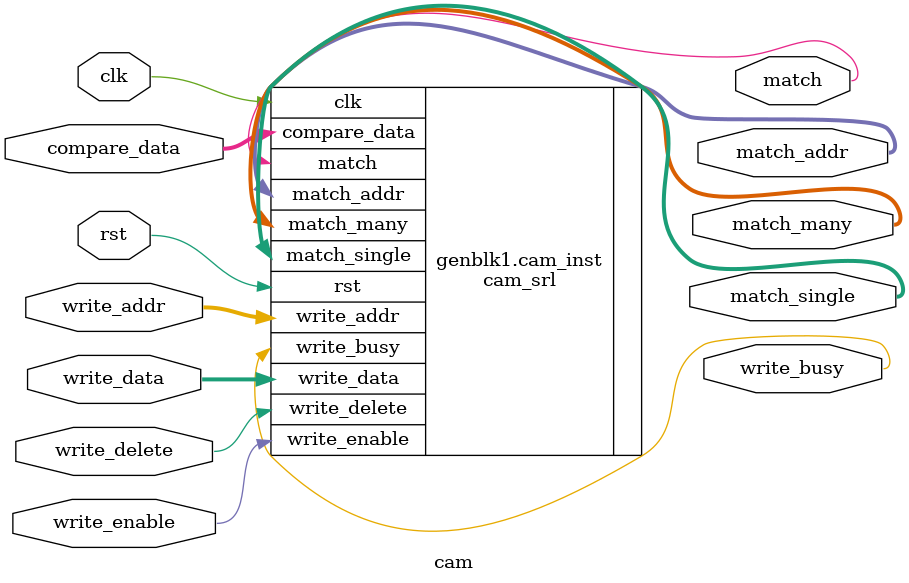
<source format=v>
/*

Copyright (c) 2015 Alex Forencich

Permission is hereby granted, free of charge, to any person obtaining a copy
of this software and associated documentation files (the "Software"), to deal
in the Software without restriction, including without limitation the rights
to use, copy, modify, merge, publish, distribute, sublicense, and/or sell
copies of the Software, and to permit persons to whom the Software is
furnished to do so, subject to the following conditions:

The above copyright notice and this permission notice shall be included in
all copies or substantial portions of the Software.

THE SOFTWARE IS PROVIDED "AS IS", WITHOUT WARRANTY OF ANY KIND, EXPRESS OR
IMPLIED, INCLUDING BUT NOT LIMITED TO THE WARRANTIES OF MERCHANTABILITY
FITNESS FOR A PARTICULAR PURPOSE AND NONINFRINGEMENT. IN NO EVENT SHALL THE
AUTHORS OR COPYRIGHT HOLDERS BE LIABLE FOR ANY CLAIM, DAMAGES OR OTHER
LIABILITY, WHETHER IN AN ACTION OF CONTRACT, TORT OR OTHERWISE, ARISING FROM,
OUT OF OR IN CONNECTION WITH THE SOFTWARE OR THE USE OR OTHER DEALINGS IN
THE SOFTWARE.

*/

// Language: Verilog 2001

`timescale 1ns / 1ps

/*
 * Content Addressable Memory
 */
module cam #(
    // search data bus width
    parameter DATA_WIDTH = 64,
    // memory size in log2(words)
    parameter ADDR_WIDTH = 5,
    // CAM style (SRL)
    parameter CAM_STYLE = "SRL",
    // width of data bus slices
    parameter SLICE_WIDTH = 4
)
(
    input  wire                     clk,
    input  wire                     rst,

    input  wire [ADDR_WIDTH-1:0]    write_addr,
    input  wire [DATA_WIDTH-1:0]    write_data,
    input  wire                     write_delete,
    input  wire                     write_enable,
    output wire                     write_busy,

    input  wire [DATA_WIDTH-1:0]    compare_data,
    output wire [2**ADDR_WIDTH-1:0] match_many,
    output wire [2**ADDR_WIDTH-1:0] match_single,
    output wire [ADDR_WIDTH-1:0]    match_addr,
    output wire                     match
);

generate
    if (CAM_STYLE == "SRL") begin
        cam_srl #(
            .DATA_WIDTH(DATA_WIDTH),
            .ADDR_WIDTH(ADDR_WIDTH),
            .SLICE_WIDTH(SLICE_WIDTH)
        )
        cam_inst (
            .clk(clk),
            .rst(rst),
            .write_addr(write_addr),
            .write_data(write_data),
            .write_delete(write_delete),
            .write_enable(write_enable),
            .write_busy(write_busy),
            .compare_data(compare_data),
            .match_many(match_many),
            .match_single(match_single),
            .match_addr(match_addr),
            .match(match)
        );
    end
endgenerate

endmodule

</source>
